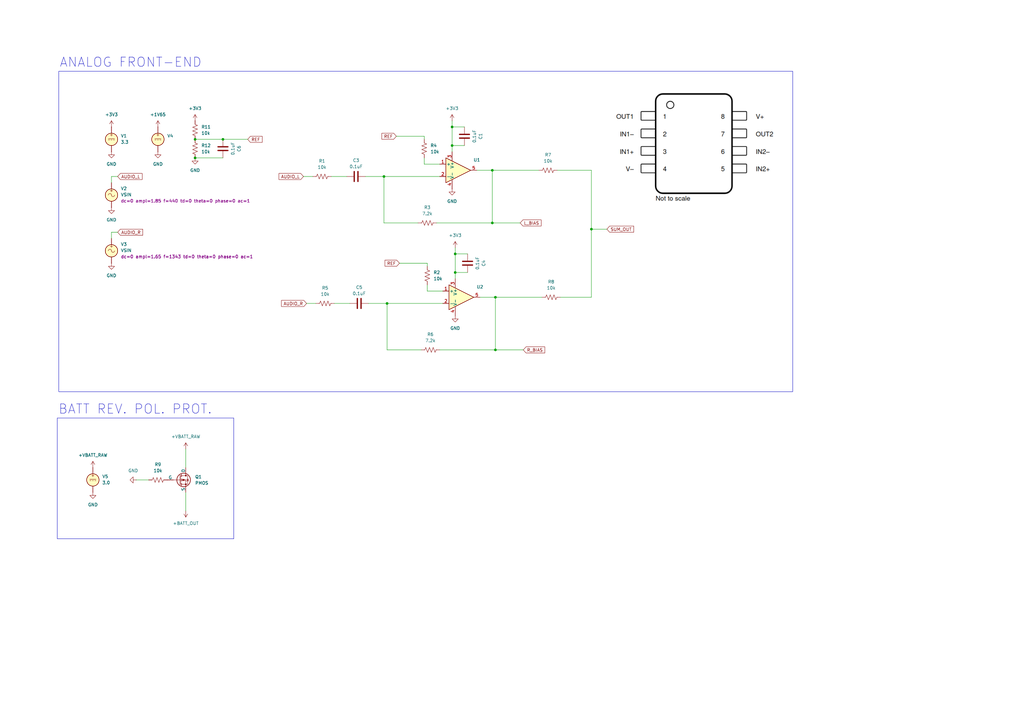
<source format=kicad_sch>
(kicad_sch (version 20250114) (generator "eeschema") (generator_version "9.0")
  (paper "A3")
  (lib_symbols
    (symbol "Device:C" (pin_numbers (hide yes)) (pin_names (offset 0.254))
      (property "Reference" "C" (at 0.635 2.54 0))
      (property "Value" "C" (at 0.635 -2.54 0))
      (symbol "C_0_1"
        (polyline (pts (xy -2.032 0.762) (xy 2.032 0.762)) (stroke (width 0.508)))
        (polyline (pts (xy -2.032 -0.762) (xy 2.032 -0.762)) (stroke (width 0.508)))
      )
      (symbol "C_1_1"
        (pin passive line (at 0 3.81 270) (length 2.794) (name "~") (number "1"))
        (pin passive line (at 0 -3.81 90) (length 2.794) (name "~") (number "2"))
      )
    )
    (symbol "Device:R_US" (pin_numbers (hide yes)) (pin_names (offset 0))
      (property "Reference" "R" (at 2.54 0 90))
      (property "Value" "R_US" (at -2.54 0 90))
      (symbol "R_US_0_1"
        (polyline (pts (xy 0 2.286) (xy 0 2.54)))
        (polyline (pts (xy 0 2.286) (xy 1.016 1.905) (xy 0 1.524) (xy -1.016 1.143) (xy 0 0.762)))
        (polyline (pts (xy 0 0.762) (xy 1.016 0.381) (xy 0 0) (xy -1.016 -0.381) (xy 0 -0.762)))
        (polyline (pts (xy 0 -0.762) (xy 1.016 -1.143) (xy 0 -1.524) (xy -1.016 -1.905) (xy 0 -2.286)))
        (polyline (pts (xy 0 -2.286) (xy 0 -2.54)))
      )
      (symbol "R_US_1_1"
        (pin passive line (at 0 3.81 270) (length 1.27) (name "~") (number "1"))
        (pin passive line (at 0 -3.81 90) (length 1.27) (name "~") (number "2"))
      )
    )
    (symbol "Simulation_SPICE:OPAMP" (pin_names (offset 0.254))
      (property "Reference" "U" (at 3.81 3.175 0))
      (property "Value" "${SIM.PARAMS}" (at 3.81 -3.175 0))
      (symbol "OPAMP_0_1"
        (polyline (pts (xy 5.08 0) (xy -5.08 5.08) (xy -5.08 -5.08) (xy 5.08 0)) (stroke (width 0.254)) (fill (type background)))
      )
      (symbol "OPAMP_1_1"
        (pin input line (at -7.62 2.54 0) (length 2.54) (name "+") (number "1"))
        (pin input line (at -7.62 -2.54 0) (length 2.54) (name "-") (number "2"))
        (pin power_in line (at -2.54 7.62 270) (length 3.81) (name "V+") (number "3"))
        (pin power_in line (at -2.54 -7.62 90) (length 3.81) (name "V-") (number "4"))
        (pin output line (at 7.62 0 180) (length 2.54) (name "~") (number "5"))
      )
    )
    (symbol "Simulation_SPICE:PMOS" (pin_numbers (hide yes)) (pin_names (offset 0))
      (property "Reference" "Q" (at 5.08 1.27 0))
      (property "Value" "PMOS" (at 5.08 -1.27 0))
      (symbol "PMOS_0_1"
        (polyline (pts (xy 0.254 1.905) (xy 0.254 -1.905)) (stroke (width 0.254)))
        (polyline (pts (xy 0.254 0) (xy -2.54 0)))
        (polyline (pts (xy 0.762 2.286) (xy 0.762 1.27)) (stroke (width 0.254)))
        (polyline (pts (xy 0.762 1.778) (xy 3.302 1.778) (xy 3.302 -1.778) (xy 0.762 -1.778)))
        (polyline (pts (xy 0.762 0.508) (xy 0.762 -0.508)) (stroke (width 0.254)))
        (polyline (pts (xy 0.762 -1.27) (xy 0.762 -2.286)) (stroke (width 0.254)))
        (circle (center 1.651 0) (radius 2.794) (stroke (width 0.254)))
        (polyline (pts (xy 2.286 0) (xy 1.27 0.381) (xy 1.27 -0.381) (xy 2.286 0)) (fill (type outline)))
        (polyline (pts (xy 2.54 2.54) (xy 2.54 1.778)))
        (circle (center 2.54 1.778) (radius 0.254) (fill (type outline)))
        (circle (center 2.54 -1.778) (radius 0.254) (fill (type outline)))
        (polyline (pts (xy 2.54 -2.54) (xy 2.54 0) (xy 0.762 0)))
        (polyline (pts (xy 2.794 -0.508) (xy 2.921 -0.381) (xy 3.683 -0.381) (xy 3.81 -0.254)))
        (polyline (pts (xy 3.302 -0.381) (xy 2.921 0.254) (xy 3.683 0.254) (xy 3.302 -0.381)))
      )
      (symbol "PMOS_1_1"
        (pin input line (at -5.08 0 0) (length 2.54) (name "G") (number "2"))
        (pin passive line (at 2.54 5.08 270) (length 2.54) (name "D") (number "1"))
        (pin passive line (at 2.54 -5.08 90) (length 2.54) (name "S") (number "3"))
      )
    )
    (symbol "Simulation_SPICE:VDC" (pin_numbers (hide yes)) (pin_names (offset 0.0254))
      (property "Reference" "V" (at 2.54 2.54 0))
      (property "Value" "1" (at 2.54 0 0))
      (symbol "VDC_0_0"
        (polyline (pts (xy -1.27 0.254) (xy 1.27 0.254)))
        (polyline (pts (xy -0.762 -0.254) (xy -1.27 -0.254)))
        (polyline (pts (xy 0.254 -0.254) (xy -0.254 -0.254)))
        (polyline (pts (xy 1.27 -0.254) (xy 0.762 -0.254)))
        (text "+" (at 0 1.905 0) (effects (font (size 1.27 1.27))))
      )
      (symbol "VDC_0_1"
        (circle (center 0 0) (radius 2.54) (stroke (width 0.254)) (fill (type background)))
      )
      (symbol "VDC_1_1"
        (pin passive line (at 0 5.08 270) (length 2.54) (name "~") (number "1"))
        (pin passive line (at 0 -5.08 90) (length 2.54) (name "~") (number "2"))
      )
    )
    (symbol "Simulation_SPICE:VSIN" (pin_numbers (hide yes)) (pin_names (offset 0.0254))
      (property "Reference" "V" (at 2.54 2.54 0))
      (property "Value" "VSIN" (at 2.54 0 0))
      (property "Sim.Params" "dc=0 ampl=1 f=1k ac=1" (at 2.54 -2.54 0))
      (symbol "VSIN_0_0"
        (arc (start -1.27 0) (mid -0.635 0.6323) (end 0 0))
        (arc (start 1.27 0) (mid 0.635 -0.6323) (end 0 0))
        (text "+" (at 0 1.905 0) (effects (font (size 1.27 1.27))))
      )
      (symbol "VSIN_0_1"
        (circle (center 0 0) (radius 2.54) (stroke (width 0.254)) (fill (type background)))
      )
      (symbol "VSIN_1_1"
        (pin passive line (at 0 5.08 270) (length 2.54) (name "~") (number "1"))
        (pin passive line (at 0 -5.08 90) (length 2.54) (name "~") (number "2"))
      )
    )
    (symbol "power:+3V3" (power) (pin_numbers (hide yes)) (pin_names (offset 0) (hide yes))
      (property "Value" "+3V3" (at 0 3.556 0))
      (symbol "+3V3_0_1"
        (polyline (pts (xy -0.762 1.27) (xy 0 2.54)))
        (polyline (pts (xy 0 2.54) (xy 0.762 1.27)))
        (polyline (pts (xy 0 0) (xy 0 2.54)))
      )
      (symbol "+3V3_1_1"
        (pin power_in line (at 0 0 90) (length 0) (name "~") (number "1"))
      )
    )
    (symbol "power:+BATT" (power) (pin_numbers (hide yes)) (pin_names (offset 0) (hide yes))
      (property "Value" "+BATT" (at 0 3.556 0))
      (symbol "+BATT_0_1"
        (polyline (pts (xy -0.762 1.27) (xy 0 2.54)))
        (polyline (pts (xy 0 2.54) (xy 0.762 1.27)))
        (polyline (pts (xy 0 0) (xy 0 2.54)))
      )
      (symbol "+BATT_1_1"
        (pin power_in line (at 0 0 90) (length 0) (name "~") (number "1"))
      )
    )
    (symbol "power:GND" (power) (pin_numbers (hide yes)) (pin_names (offset 0) (hide yes))
      (property "Value" "GND" (at 0 -3.81 0))
      (symbol "GND_0_1"
        (polyline (pts (xy 0 0) (xy 0 -1.27) (xy 1.27 -1.27) (xy 0 -2.54) (xy -1.27 -1.27) (xy 0 -1.27)))
      )
      (symbol "GND_1_1"
        (pin power_in line (at 0 0 270) (length 0) (name "~") (number "1"))
      )
    )
  )
  (rectangle (start 23.495 171.45) (end 95.885 220.98))
  (rectangle (start 24.13 29.21) (end 325.12 160.655))
  (text "BATT REV. POL. PROT." (at 23.876 170.18 0) (effects (font (size 3.81 3.81)) (justify left bottom)))
  (text "ANALOG FRONT-END" (at 24.384 27.94 0) (effects (font (size 3.81 3.81)) (justify left bottom)))
  (junction (at 201.93 91.44))
  (junction (at 91.44 57.15))
  (junction (at 80.01 57.15))
  (junction (at 80.01 64.77))
  (junction (at 157.48 72.39))
  (junction (at 186.69 111.76))
  (junction (at 203.2 143.51))
  (junction (at 201.93 69.85))
  (junction (at 186.69 104.14))
  (junction (at 203.2 121.92))
  (junction (at 158.75 124.46))
  (junction (at 185.42 52.07))
  (junction (at 242.57 93.98))
  (junction (at 185.42 59.69))
  (wire (pts (xy 158.75 124.46) (xy 181.61 124.46)))
  (wire (pts (xy 158.75 124.46) (xy 158.75 143.51)))
  (wire (pts (xy 179.07 91.44) (xy 201.93 91.44)))
  (wire (pts (xy 151.13 124.46) (xy 158.75 124.46)))
  (wire (pts (xy 228.6 69.85) (xy 242.57 69.85)))
  (wire (pts (xy 203.2 121.92) (xy 203.2 143.51)))
  (wire (pts (xy 135.89 72.39) (xy 142.24 72.39)))
  (wire (pts (xy 157.48 72.39) (xy 157.48 91.44)))
  (wire (pts (xy 175.26 116.84) (xy 175.26 119.38)))
  (wire (pts (xy 48.26 72.39) (xy 45.72 72.39)))
  (wire (pts (xy 248.92 93.98) (xy 242.57 93.98)))
  (wire (pts (xy 186.69 104.14) (xy 186.69 111.76)))
  (wire (pts (xy 186.69 101.6) (xy 186.69 104.14)))
  (wire (pts (xy 129.54 124.46) (xy 125.73 124.46)))
  (wire (pts (xy 173.99 55.88) (xy 173.99 57.15)))
  (wire (pts (xy 76.2 209.55) (xy 76.2 201.93)))
  (wire (pts (xy 162.56 55.88) (xy 173.99 55.88)))
  (wire (pts (xy 157.48 91.44) (xy 171.45 91.44)))
  (wire (pts (xy 91.44 57.15) (xy 80.01 57.15)))
  (wire (pts (xy 181.61 119.38) (xy 175.26 119.38)))
  (wire (pts (xy 195.58 69.85) (xy 201.93 69.85)))
  (wire (pts (xy 180.34 67.31) (xy 173.99 67.31)))
  (wire (pts (xy 180.34 143.51) (xy 203.2 143.51)))
  (wire (pts (xy 185.42 52.07) (xy 190.5 52.07)))
  (wire (pts (xy 203.2 143.51) (xy 214.63 143.51)))
  (wire (pts (xy 149.86 72.39) (xy 157.48 72.39)))
  (wire (pts (xy 45.72 95.25) (xy 45.72 97.79)))
  (wire (pts (xy 203.2 121.92) (xy 222.25 121.92)))
  (wire (pts (xy 242.57 93.98) (xy 242.57 121.92)))
  (wire (pts (xy 128.27 72.39) (xy 124.46 72.39)))
  (wire (pts (xy 158.75 143.51) (xy 172.72 143.51)))
  (wire (pts (xy 101.6 57.15) (xy 91.44 57.15)))
  (wire (pts (xy 201.93 69.85) (xy 201.93 91.44)))
  (wire (pts (xy 48.26 95.25) (xy 45.72 95.25)))
  (wire (pts (xy 201.93 91.44) (xy 213.36 91.44)))
  (wire (pts (xy 186.69 104.14) (xy 191.77 104.14)))
  (wire (pts (xy 229.87 121.92) (xy 242.57 121.92)))
  (wire (pts (xy 242.57 69.85) (xy 242.57 93.98)))
  (wire (pts (xy 55.88 196.85) (xy 60.96 196.85)))
  (wire (pts (xy 76.2 184.15) (xy 76.2 191.77)))
  (wire (pts (xy 137.16 124.46) (xy 143.51 124.46)))
  (wire (pts (xy 45.72 72.39) (xy 45.72 74.93)))
  (wire (pts (xy 157.48 72.39) (xy 180.34 72.39)))
  (wire (pts (xy 185.42 52.07) (xy 185.42 59.69)))
  (wire (pts (xy 185.42 59.69) (xy 190.5 59.69)))
  (wire (pts (xy 196.85 121.92) (xy 203.2 121.92)))
  (wire (pts (xy 175.26 107.95) (xy 175.26 109.22)))
  (wire (pts (xy 80.01 64.77) (xy 91.44 64.77)))
  (wire (pts (xy 186.69 111.76) (xy 186.69 114.3)))
  (wire (pts (xy 173.99 64.77) (xy 173.99 67.31)))
  (wire (pts (xy 201.93 69.85) (xy 220.98 69.85)))
  (wire (pts (xy 185.42 49.53) (xy 185.42 52.07)))
  (wire (pts (xy 185.42 59.69) (xy 185.42 62.23)))
  (wire (pts (xy 163.83 107.95) (xy 175.26 107.95)))
  (wire (pts (xy 186.69 111.76) (xy 191.77 111.76)))
  (image (at 285.75 59.055) (scale 1.63744))
  (global_label "REF" (shape input) (at 163.83 107.95 180) (property "Intersheetrefs" "${INTERSHEET_REFS}" (effects (hide yes))))
  (global_label "R_BIAS" (shape input) (at 214.63 143.51 0) (property "Intersheetrefs" "${INTERSHEET_REFS}" (effects (hide yes))))
  (global_label "SUM_OUT" (shape input) (at 248.92 93.98 0) (property "Intersheetrefs" "${INTERSHEET_REFS}" (effects (hide yes))))
  (global_label "AUDIO_L" (shape input) (at 124.46 72.39 180) (property "Intersheetrefs" "${INTERSHEET_REFS}" (effects (hide yes))))
  (global_label "L_BIAS" (shape input) (at 213.36 91.44 0) (property "Intersheetrefs" "${INTERSHEET_REFS}" (effects (hide yes))))
  (global_label "REF" (shape input) (at 162.56 55.88 180) (property "Intersheetrefs" "${INTERSHEET_REFS}" (effects (hide yes))))
  (global_label "REF" (shape input) (at 101.6 57.15 0) (property "Intersheetrefs" "${INTERSHEET_REFS}" (effects (hide yes))))
  (global_label "AUDIO_R" (shape input) (at 125.73 124.46 180) (property "Intersheetrefs" "${INTERSHEET_REFS}" (effects (hide yes))))
  (global_label "AUDIO_L" (shape input) (at 48.26 72.39 0) (property "Intersheetrefs" "${INTERSHEET_REFS}" (effects (hide yes))))
  (global_label "AUDIO_R" (shape input) (at 48.26 95.25 0) (property "Intersheetrefs" "${INTERSHEET_REFS}" (effects (hide yes))))
  (symbol (lib_id "Device:R_US") (at 133.35 124.46 90) (unit 1) (in_bom no) (on_board no)
    (property "Reference" "R5" (at 133.35 118.11 90))
    (property "Value" "10k" (at 133.35 120.65 90))
    (property "Description" "Resistor, US symbol" (effects (hide yes)))
  )
  (symbol (lib_id "Simulation_SPICE:VDC") (at 64.77 57.15 0) (unit 1) (in_bom no) (on_board no)
    (property "Reference" "V4" (at 68.58 55.7324 0) (effects (justify left)))
    (property "Value" "${SIM.PARAMS}" (at 68.58 58.2724 0) (effects (justify left)))
    (property "Datasheet" "https://ngspice.sourceforge.io/docs/ngspice-html-manual/manual.xhtml#sec_Independent_Sources_for" (effects (hide yes)))
    (property "Description" "Voltage source, DC" (effects (hide yes)))
    (property "Sim.Pins" "1=VBIAS 2=GND" (effects (hide yes)))
    (property "Sim.Device" "SUBCKT" (effects (hide yes)))
    (property "Sim.Library" "stereoBoy_sim_assets/Vref/REF2033.lib" (effects (hide yes)))
    (property "Sim.Name" "REF2033" (effects (hide yes)))
  )
  (symbol (lib_id "Device:R_US") (at 80.01 53.34 180) (unit 1) (in_bom no) (on_board no)
    (property "Reference" "R11" (at 82.55 52.07 0) (effects (justify right)))
    (property "Value" "10k" (at 82.55 54.61 0) (effects (justify right)))
    (property "Description" "Resistor, US symbol" (effects (hide yes)))
  )
  (symbol (lib_id "Device:R_US") (at 80.01 60.96 180) (unit 1) (in_bom no) (on_board no)
    (property "Reference" "R12" (at 82.55 59.69 0) (effects (justify right)))
    (property "Value" "10k" (at 82.55 62.23 0) (effects (justify right)))
    (property "Description" "Resistor, US symbol" (effects (hide yes)))
  )
  (symbol (lib_id "power:+3V3") (at 80.01 49.53 0) (unit 1) (on_board no)
    (property "Reference" "#PWR014" (effects (hide yes)))
    (property "Value" "+3V3" (at 80.01 44.45 0))
    (property "Description" "Power symbol creates a global label with name \"+3V3\"" (effects (hide yes)))
  )
  (symbol (lib_id "Device:R_US") (at 224.79 69.85 90) (unit 1) (in_bom no) (on_board no)
    (property "Reference" "R7" (at 224.79 63.5 90))
    (property "Value" "10k" (at 224.79 66.04 90))
    (property "Description" "Resistor, US symbol" (effects (hide yes)))
  )
  (symbol (lib_id "Simulation_SPICE:VDC") (at 38.1 196.85 0) (unit 1) (in_bom no) (on_board no)
    (property "Reference" "V5" (at 41.91 195.4324 0) (effects (justify left)))
    (property "Value" "3.0" (at 41.91 197.9724 0) (effects (justify left)))
    (property "Datasheet" "https://ngspice.sourceforge.io/docs/ngspice-html-manual/manual.xhtml#sec_Independent_Sources_for" (effects (hide yes)))
    (property "Description" "Voltage source, DC" (effects (hide yes)))
    (property "Sim.Pins" "1=+ 2=-" (effects (hide yes)))
    (property "Sim.Type" "DC" (effects (hide yes)))
    (property "Sim.Device" "V" (effects (hide yes)))
  )
  (symbol (lib_id "Simulation_SPICE:VSIN") (at 45.72 102.87 0) (unit 1) (in_bom no) (on_board no)
    (property "Reference" "V3" (at 49.53 100.1824 0) (effects (justify left)))
    (property "Value" "VSIN" (at 49.53 102.7224 0) (effects (justify left)))
    (property "Datasheet" "https://ngspice.sourceforge.io/docs/ngspice-html-manual/manual.xhtml#sec_Independent_Sources_for" (effects (hide yes)))
    (property "Description" "Voltage source, sinusoidal" (effects (hide yes)))
    (property "Sim.Pins" "1=+ 2=-" (effects (hide yes)))
    (property "Sim.Params" "dc=0 ampl=1.65 f=1343 td=0 theta=0 phase=0 ac=1" (at 49.53 105.2624 0) (effects (justify left)))
    (property "Sim.Type" "SIN" (effects (hide yes)))
    (property "Sim.Device" "V" (effects (hide yes)))
  )
  (symbol (lib_id "Device:C") (at 91.44 60.96 0) (unit 1) (in_bom no) (on_board no)
    (property "Reference" "C6" (at 98.044 60.96 90))
    (property "Value" "0.1uF" (at 95.504 60.96 90))
    (property "Description" "Unpolarized capacitor" (effects (hide yes)))
  )
  (symbol (lib_id "power:+3V3") (at 45.72 52.07 0) (unit 1) (on_board no)
    (property "Reference" "#PWR07" (effects (hide yes)))
    (property "Value" "+3V3" (at 45.72 46.99 0))
    (property "Description" "Power symbol creates a global label with name \"+3V3\"" (effects (hide yes)))
  )
  (symbol (lib_id "power:GND") (at 38.1 201.93 0) (unit 1) (in_bom no) (on_board no)
    (property "Reference" "#PWR016" (effects (hide yes)))
    (property "Value" "GND" (at 38.1 207.01 0))
    (property "Description" "Power symbol creates a global label with name \"GND\" , ground" (effects (hide yes)))
  )
  (symbol (lib_id "Device:C") (at 147.32 124.46 90) (unit 1) (in_bom no) (on_board no)
    (property "Reference" "C5" (at 147.32 117.856 90))
    (property "Value" "0.1uF" (at 147.32 120.396 90))
    (property "Description" "Unpolarized capacitor" (effects (hide yes)))
  )
  (symbol (lib_id "Simulation_SPICE:PMOS") (at 73.66 196.85 0) (unit 1) (on_board no)
    (property "Reference" "Q1" (at 80.01 195.58 0) (effects (justify left)))
    (property "Value" "PMOS" (at 80.01 198.12 0) (effects (justify left)))
    (property "Datasheet" "https://ngspice.sourceforge.io/docs/ngspice-html-manual/manual.xhtml#cha_MOSFETs" (effects (hide yes)))
    (property "Description" "P-MOSFET transistor, drain/source/gate" (effects (hide yes)))
    (property "Sim.Device" "SUBCKT" (effects (hide yes)))
    (property "Sim.Pins" "1=10 2=20 3=30" (effects (hide yes)))
    (property "Sim.Library" "stereoBoy_sim_assets/P_MOSFET/DMG2301L.cir" (effects (hide yes)))
    (property "Sim.Name" "DMG2301L" (effects (hide yes)))
  )
  (symbol (lib_id "power:GND") (at 45.72 107.95 0) (unit 1) (in_bom no) (on_board no)
    (property "Reference" "#PWR03" (effects (hide yes)))
    (property "Value" "GND" (at 45.72 113.03 0))
    (property "Description" "Power symbol creates a global label with name \"GND\" , ground" (effects (hide yes)))
  )
  (symbol (lib_id "Device:R_US") (at 176.53 143.51 270) (unit 1) (in_bom no) (on_board no)
    (property "Reference" "R6" (at 176.53 137.16 90))
    (property "Value" "7.2k" (at 176.53 139.7 90))
    (property "Description" "Resistor, US symbol" (effects (hide yes)))
  )
  (symbol (lib_id "Device:R_US") (at 173.99 60.96 180) (unit 1) (in_bom no) (on_board no)
    (property "Reference" "R4" (at 176.53 59.69 0) (effects (justify right)))
    (property "Value" "10k" (at 176.53 62.23 0) (effects (justify right)))
    (property "Description" "Resistor, US symbol" (effects (hide yes)))
  )
  (symbol (lib_id "Device:R_US") (at 132.08 72.39 90) (unit 1) (in_bom no) (on_board no)
    (property "Reference" "R1" (at 132.08 66.04 90))
    (property "Value" "10k" (at 132.08 68.58 90))
    (property "Description" "Resistor, US symbol" (effects (hide yes)))
  )
  (symbol (lib_id "Device:C") (at 146.05 72.39 90) (unit 1) (in_bom no) (on_board no)
    (property "Reference" "C3" (at 146.05 65.786 90))
    (property "Value" "0.1uF" (at 146.05 68.326 90))
    (property "Description" "Unpolarized capacitor" (effects (hide yes)))
  )
  (symbol (lib_id "Device:C") (at 190.5 55.88 0) (unit 1) (in_bom no) (on_board no)
    (property "Reference" "C1" (at 197.104 55.88 90))
    (property "Value" "0.1uF" (at 194.564 55.88 90))
    (property "Description" "Unpolarized capacitor" (effects (hide yes)))
  )
  (symbol (lib_id "power:+BATT") (at 76.2 209.55 180) (unit 1) (on_board no)
    (property "Reference" "#PWR05" (effects (hide yes)))
    (property "Value" "+BATT_OUT" (at 76.2 214.63 0))
    (property "Description" "Power symbol creates a global label with name \"+BATT\"" (effects (hide yes)))
  )
  (symbol (lib_id "Simulation_SPICE:OPAMP") (at 187.96 69.85 0) (unit 1) (in_bom no) (on_board no)
    (property "Reference" "U1" (at 195.58 65.6021 0))
    (property "Value" "${SIM.PARAMS}" (at 195.58 66.8721 0))
    (property "Datasheet" "https://ngspice.sourceforge.io/docs/ngspice-html-manual/manual.xhtml#sec__SUBCKT_Subcircuits" (effects (hide yes)))
    (property "Description" "Operational amplifier, single" (effects (hide yes)))
    (property "Sim.Library" "stereoBoy_sim_assets/op_amps/tl07xh_tl08xh.lib" (effects (hide yes)))
    (property "Sim.Name" "TL07XH_TL08XH" (effects (hide yes)))
    (property "Sim.Device" "SUBCKT" (effects (hide yes)))
    (property "Sim.Pins" "1=IN+ 2=IN- 3=VCC 4=VEE 5=OUT" (effects (hide yes)))
  )
  (symbol (lib_id "power:+3V3") (at 186.69 101.6 0) (unit 1) (on_board no)
    (property "Reference" "#PWR011" (effects (hide yes)))
    (property "Value" "+3V3" (at 186.69 96.52 0))
    (property "Description" "Power symbol creates a global label with name \"+3V3\"" (effects (hide yes)))
  )
  (symbol (lib_id "power:GND") (at 80.01 64.77 0) (unit 1) (in_bom no) (on_board no)
    (property "Reference" "#PWR015" (effects (hide yes)))
    (property "Value" "GND" (at 80.01 69.85 0))
    (property "Description" "Power symbol creates a global label with name \"GND\" , ground" (effects (hide yes)))
  )
  (symbol (lib_id "power:+3V3") (at 76.2 184.15 0) (unit 1) (on_board no)
    (property "Reference" "#PWR017" (effects (hide yes)))
    (property "Value" "+VBATT_RAW" (at 76.2 179.07 0))
    (property "Description" "Power symbol creates a global label with name \"+3V3\"" (effects (hide yes)))
  )
  (symbol (lib_id "Device:R_US") (at 226.06 121.92 90) (unit 1) (in_bom no) (on_board no)
    (property "Reference" "R8" (at 226.06 115.57 90))
    (property "Value" "10k" (at 226.06 118.11 90))
    (property "Description" "Resistor, US symbol" (effects (hide yes)))
  )
  (symbol (lib_id "Device:C") (at 191.77 107.95 0) (unit 1) (in_bom no) (on_board no)
    (property "Reference" "C4" (at 198.374 107.95 90))
    (property "Value" "0.1uF" (at 195.834 107.95 90))
    (property "Description" "Unpolarized capacitor" (effects (hide yes)))
  )
  (symbol (lib_id "power:+3V3") (at 38.1 191.77 0) (unit 1) (on_board no)
    (property "Reference" "#PWR012" (effects (hide yes)))
    (property "Value" "+VBATT_RAW" (at 38.1 186.69 0))
    (property "Description" "Power symbol creates a global label with name \"+3V3\"" (effects (hide yes)))
  )
  (symbol (lib_id "Device:R_US") (at 175.26 113.03 180) (unit 1) (in_bom no) (on_board no)
    (property "Reference" "R2" (at 177.8 111.76 0) (effects (justify right)))
    (property "Value" "10k" (at 177.8 114.3 0) (effects (justify right)))
    (property "Description" "Resistor, US symbol" (effects (hide yes)))
  )
  (symbol (lib_id "Simulation_SPICE:OPAMP") (at 189.23 121.92 0) (unit 1) (in_bom no) (on_board no)
    (property "Reference" "U2" (at 196.85 117.6721 0))
    (property "Value" "${SIM.PARAMS}" (at 196.85 118.9421 0))
    (property "Datasheet" "https://ngspice.sourceforge.io/docs/ngspice-html-manual/manual.xhtml#sec__SUBCKT_Subcircuits" (effects (hide yes)))
    (property "Description" "Operational amplifier, single" (effects (hide yes)))
    (property "Sim.Library" "stereoBoy_sim_assets/op_amps/tl07xh_tl08xh.lib" (effects (hide yes)))
    (property "Sim.Name" "TL07XH_TL08XH" (effects (hide yes)))
    (property "Sim.Device" "SUBCKT" (effects (hide yes)))
    (property "Sim.Pins" "1=IN+ 2=IN- 3=VCC 4=VEE 5=OUT" (effects (hide yes)))
  )
  (symbol (lib_id "power:GND") (at 45.72 85.09 0) (unit 1) (in_bom no) (on_board no)
    (property "Reference" "#PWR04" (effects (hide yes)))
    (property "Value" "GND" (at 45.72 90.17 0))
    (property "Description" "Power symbol creates a global label with name \"GND\" , ground" (effects (hide yes)))
  )
  (symbol (lib_id "power:GND") (at 186.69 129.54 0) (unit 1) (in_bom no) (on_board no)
    (property "Reference" "#PWR013" (effects (hide yes)))
    (property "Value" "GND" (at 186.69 134.62 0))
    (property "Description" "Power symbol creates a global label with name \"GND\" , ground" (effects (hide yes)))
  )
  (symbol (lib_id "Device:R_US") (at 64.77 196.85 90) (unit 1) (in_bom no) (on_board no)
    (property "Reference" "R9" (at 64.77 190.5 90))
    (property "Value" "10k" (at 64.77 193.04 90))
    (property "Description" "Resistor, US symbol" (effects (hide yes)))
  )
  (symbol (lib_id "power:GND") (at 185.42 77.47 0) (unit 1) (in_bom no) (on_board no)
    (property "Reference" "#PWR02" (effects (hide yes)))
    (property "Value" "GND" (at 185.42 82.55 0))
    (property "Description" "Power symbol creates a global label with name \"GND\" , ground" (effects (hide yes)))
  )
  (symbol (lib_id "power:+3V3") (at 64.77 52.07 0) (unit 1) (on_board no)
    (property "Reference" "#PWR09" (effects (hide yes)))
    (property "Value" "+1V65" (at 64.77 46.99 0))
    (property "Description" "Power symbol creates a global label with name \"+3V3\"" (effects (hide yes)))
  )
  (symbol (lib_id "power:GND") (at 45.72 62.23 0) (unit 1) (in_bom no) (on_board no)
    (property "Reference" "#PWR0101" (effects (hide yes)))
    (property "Value" "GND" (at 45.72 67.31 0))
    (property "Description" "Power symbol creates a global label with name \"GND\" , ground" (effects (hide yes)))
  )
  (symbol (lib_id "power:GND") (at 64.77 62.23 0) (unit 1) (in_bom no) (on_board no)
    (property "Reference" "#PWR010" (effects (hide yes)))
    (property "Value" "GND" (at 64.77 67.31 0))
    (property "Description" "Power symbol creates a global label with name \"GND\" , ground" (effects (hide yes)))
  )
  (symbol (lib_id "Device:R_US") (at 175.26 91.44 270) (unit 1) (in_bom no) (on_board no)
    (property "Reference" "R3" (at 175.26 85.09 90))
    (property "Value" "7.2k" (at 175.26 87.63 90))
    (property "Description" "Resistor, US symbol" (effects (hide yes)))
  )
  (symbol (lib_id "Simulation_SPICE:VDC") (at 45.72 57.15 0) (unit 1) (in_bom no) (on_board no)
    (property "Reference" "V1" (at 49.53 55.7324 0) (effects (justify left)))
    (property "Value" "3.3" (at 49.53 58.2724 0) (effects (justify left)))
    (property "Datasheet" "https://ngspice.sourceforge.io/docs/ngspice-html-manual/manual.xhtml#sec_Independent_Sources_for" (effects (hide yes)))
    (property "Description" "Voltage source, DC" (effects (hide yes)))
    (property "Sim.Pins" "1=+ 2=-" (effects (hide yes)))
    (property "Sim.Type" "DC" (effects (hide yes)))
    (property "Sim.Device" "V" (effects (hide yes)))
  )
  (symbol (lib_id "Simulation_SPICE:VSIN") (at 45.72 80.01 0) (unit 1) (in_bom no) (on_board no)
    (property "Reference" "V2" (at 49.53 77.3224 0) (effects (justify left)))
    (property "Value" "VSIN" (at 49.53 79.8624 0) (effects (justify left)))
    (property "Datasheet" "https://ngspice.sourceforge.io/docs/ngspice-html-manual/manual.xhtml#sec_Independent_Sources_for" (effects (hide yes)))
    (property "Description" "Voltage source, sinusoidal" (effects (hide yes)))
    (property "Sim.Pins" "1=+ 2=-" (effects (hide yes)))
    (property "Sim.Params" "dc=0 ampl=1.85 f=440 td=0 theta=0 phase=0 ac=1" (at 49.53 82.4024 0) (effects (justify left)))
    (property "Sim.Type" "SIN" (effects (hide yes)))
    (property "Sim.Device" "V" (effects (hide yes)))
  )
  (symbol (lib_id "power:GND") (at 55.88 196.85 270) (unit 1) (in_bom no) (on_board no)
    (property "Reference" "#PWR08" (effects (hide yes)))
    (property "Value" "GND" (at 54.61 193.04 90))
    (property "Description" "Power symbol creates a global label with name \"GND\" , ground" (effects (hide yes)))
  )
  (symbol (lib_id "power:+3V3") (at 185.42 49.53 0) (unit 1) (on_board no)
    (property "Reference" "#PWR01" (effects (hide yes)))
    (property "Value" "+3V3" (at 185.42 44.45 0))
    (property "Description" "Power symbol creates a global label with name \"+3V3\"" (effects (hide yes)))
  )
)
</source>
